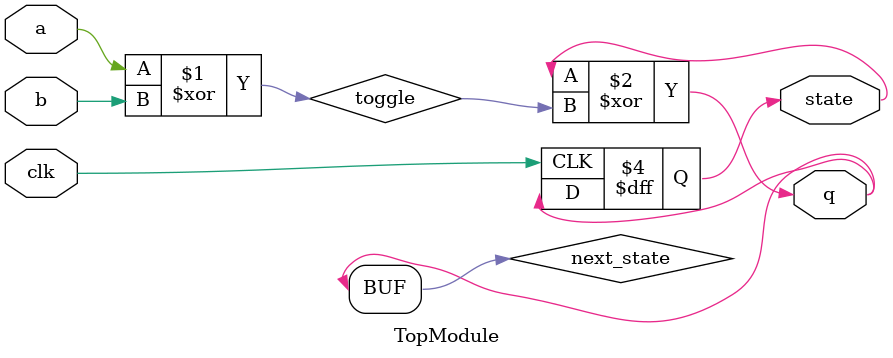
<source format=sv>

module TopModule (
  input clk,
  input a,
  input b,
  output q,
  output state
);
  // The circuit is a T flip-flop where the toggle condition is (a XOR b).
  // The state output is the current flip-flop value, and q is the next state.
  
  wire toggle = a ^ b;
  wire next_state = state ^ toggle;
  
  always @(posedge clk) begin
    state <= next_state;
  end
  
  assign q = next_state;
endmodule

</source>
